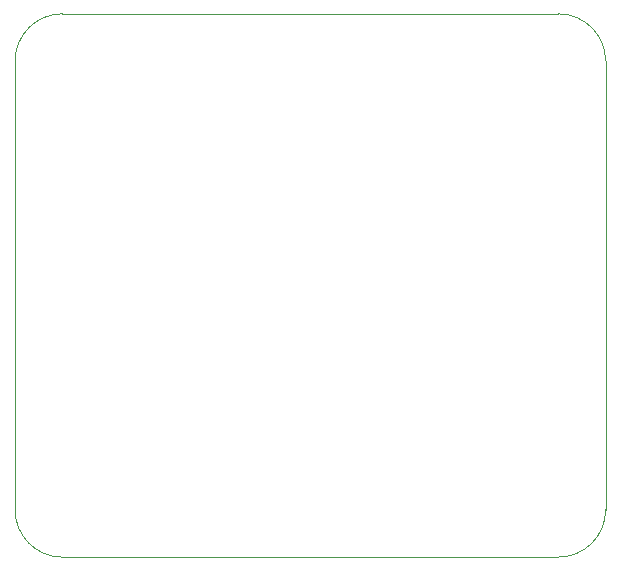
<source format=gbr>
%TF.GenerationSoftware,KiCad,Pcbnew,(6.0.7)*%
%TF.CreationDate,2022-10-13T18:06:46+02:00*%
%TF.ProjectId,TMC6300-dev,544d4336-3330-4302-9d64-65762e6b6963,rev?*%
%TF.SameCoordinates,Original*%
%TF.FileFunction,Profile,NP*%
%FSLAX46Y46*%
G04 Gerber Fmt 4.6, Leading zero omitted, Abs format (unit mm)*
G04 Created by KiCad (PCBNEW (6.0.7)) date 2022-10-13 18:06:46*
%MOMM*%
%LPD*%
G01*
G04 APERTURE LIST*
%TA.AperFunction,Profile*%
%ADD10C,0.050000*%
%TD*%
G04 APERTURE END LIST*
D10*
X179000000Y-123000000D02*
X137000000Y-123000000D01*
X137000000Y-77000000D02*
X179000000Y-77000000D01*
X133000000Y-119000000D02*
G75*
G03*
X137000000Y-123000000I4000000J0D01*
G01*
X137000000Y-77000000D02*
G75*
G03*
X133000000Y-81000000I0J-4000000D01*
G01*
X133000000Y-119000000D02*
X133000000Y-81000000D01*
X179000000Y-123000000D02*
G75*
G03*
X183000000Y-119000000I0J4000000D01*
G01*
X183000000Y-81000000D02*
X183000000Y-119000000D01*
X183000000Y-81000000D02*
G75*
G03*
X179000000Y-77000000I-4000000J0D01*
G01*
M02*

</source>
